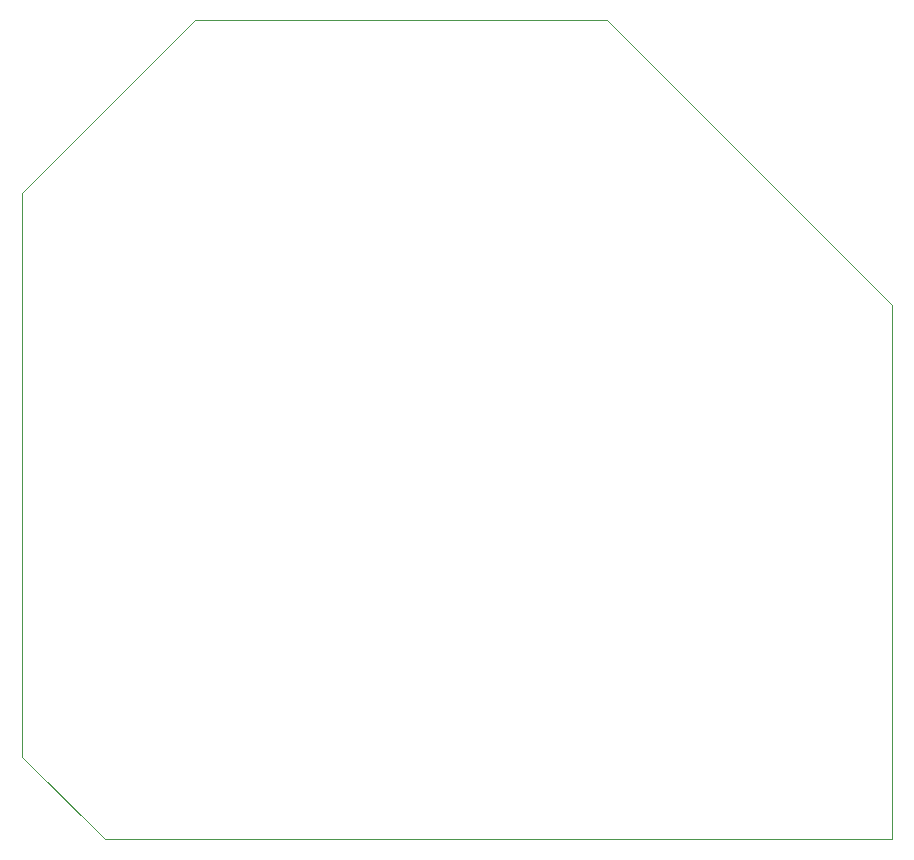
<source format=gm1>
%TF.GenerationSoftware,KiCad,Pcbnew,(5.1.9)-1*%
%TF.CreationDate,2021-05-06T17:33:23+02:00*%
%TF.ProjectId,Rolety jadalnia i taras,526f6c65-7479-4206-9a61-64616c6e6961,rev?*%
%TF.SameCoordinates,Original*%
%TF.FileFunction,Profile,NP*%
%FSLAX46Y46*%
G04 Gerber Fmt 4.6, Leading zero omitted, Abs format (unit mm)*
G04 Created by KiCad (PCBNEW (5.1.9)-1) date 2021-05-06 17:33:23*
%MOMM*%
%LPD*%
G01*
G04 APERTURE LIST*
%TA.AperFunction,Profile*%
%ADD10C,0.050000*%
%TD*%
G04 APERTURE END LIST*
D10*
X130175000Y-89535000D02*
X130175000Y-134747000D01*
X63500000Y-134747000D02*
X130175000Y-134747000D01*
X56515000Y-127762000D02*
X63500000Y-134747000D01*
X56515000Y-80010000D02*
X56515000Y-127762000D01*
X71120000Y-65405000D02*
X56515000Y-80010000D01*
X106045000Y-65405000D02*
X71120000Y-65405000D01*
X130175000Y-89535000D02*
X106045000Y-65405000D01*
M02*

</source>
